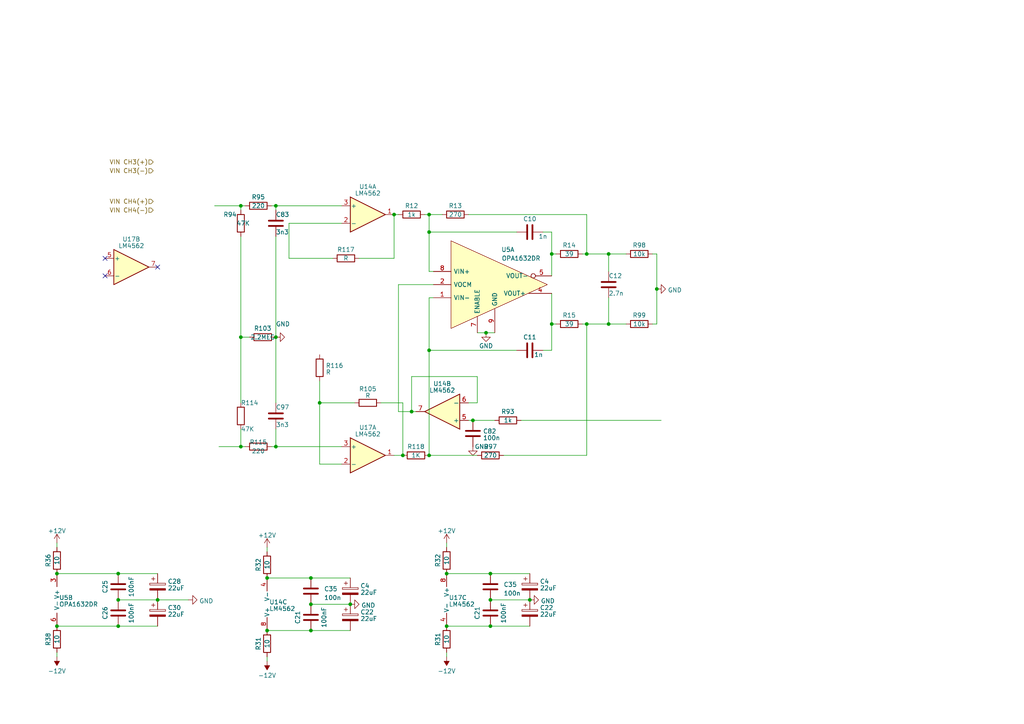
<source format=kicad_sch>
(kicad_sch (version 20230121) (generator eeschema)
  (paper "A4")
  (lib_symbols
    (symbol "Amplifier_Operational:LM4562" (pin_names (offset 0.127))
      (property "Reference" "U" (at 0 5.08 0))
      (property "Value" "LM4562" (at 0 -5.08 0))
      (symbol "LM4562_1_1"
        (polyline (pts (xy -5.08 5.08) (xy 5.08 0) (xy -5.08 -5.08) (xy -5.08 5.08)) (stroke (width 0.254)) (fill (type background)))
        (pin output line (at 7.62 0 180) (length 2.54) (name "~") (number "1"))
        (pin input line (at -7.62 -2.54 0) (length 2.54) (name "-") (number "2"))
        (pin input line (at -7.62 2.54 0) (length 2.54) (name "+") (number "3"))
      )
      (symbol "LM4562_2_1"
        (polyline (pts (xy -5.08 5.08) (xy 5.08 0) (xy -5.08 -5.08) (xy -5.08 5.08)) (stroke (width 0.254)) (fill (type background)))
        (pin input line (at -7.62 2.54 0) (length 2.54) (name "+") (number "5"))
        (pin input line (at -7.62 -2.54 0) (length 2.54) (name "-") (number "6"))
        (pin output line (at 7.62 0 180) (length 2.54) (name "~") (number "7"))
      )
      (symbol "LM4562_3_1"
        (pin power_in line (at -2.54 -7.62 90) (length 3.81) (name "V-") (number "4"))
        (pin power_in line (at -2.54 7.62 270) (length 3.81) (name "V+") (number "8"))
      )
    )
    (symbol "Audio-DSP:OPA1632DR" (pin_names (offset 0.762)) (in_bom no) (on_board no)
      (property "Reference" "U" (at 8.89 11.43 0))
      (property "Value" "OPA1632DR" (at 8.89 8.89 0))
      (symbol "OPA1632DR_1_0"
        (pin passive line (at -15.24 -2.54 0) (length 5.08) (name "VIN-") (number "1"))
        (pin passive line (at -15.24 1.27 0) (length 5.08) (name "VOCM") (number "2"))
        (pin passive line (at 19.05 -1.27 180) (length 6.7056) (name "VOUT+") (number "4"))
        (pin passive inverted (at 19.05 3.81 180) (length 5.9944) (name "VOUT-") (number "5"))
        (pin passive line (at -2.54 -12.7 90) (length 4.699) (name "ENABLE") (number "7"))
        (pin passive line (at -15.24 5.08 0) (length 5.08) (name "VIN+") (number "8"))
      )
      (symbol "OPA1632DR_1_1"
        (polyline (pts (xy -10.16 13.97) (xy 17.78 1.27) (xy -10.16 -11.43) (xy -10.16 13.97)) (stroke (width 0.1524)) (fill (type background)))
        (pin passive line (at 2.54 -12.7 90) (length 6.9088) (name "GND") (number "9"))
      )
      (symbol "OPA1632DR_2_0"
        (pin passive line (at 0 7.62 270) (length 3.81) (name "V+") (number "3"))
        (pin passive line (at 0 -7.62 90) (length 3.81) (name "V-") (number "6"))
      )
    )
    (symbol "Device:C" (pin_numbers hide) (pin_names (offset 0.254))
      (property "Reference" "C" (at 0.635 2.54 0))
      (property "Value" "C" (at 0.635 -2.54 0))
      (symbol "C_0_1"
        (polyline (pts (xy -2.032 -0.762) (xy 2.032 -0.762)) (stroke (width 0.508)))
        (polyline (pts (xy -2.032 0.762) (xy 2.032 0.762)) (stroke (width 0.508)))
      )
      (symbol "C_1_1"
        (pin passive line (at 0 3.81 270) (length 2.794) (name "~") (number "1"))
        (pin passive line (at 0 -3.81 90) (length 2.794) (name "~") (number "2"))
      )
    )
    (symbol "Device:C_Polarized" (pin_numbers hide) (pin_names (offset 0.254))
      (property "Reference" "C" (at 0.635 2.54 0))
      (property "Value" "C_Polarized" (at 0.635 -2.54 0))
      (symbol "C_Polarized_0_1"
        (rectangle (start -2.286 0.508) (end 2.286 1.016))
        (polyline (pts (xy -1.778 2.286) (xy -0.762 2.286)))
        (polyline (pts (xy -1.27 2.794) (xy -1.27 1.778)))
        (rectangle (start 2.286 -0.508) (end -2.286 -1.016) (fill (type outline)))
      )
      (symbol "C_Polarized_1_1"
        (pin passive line (at 0 3.81 270) (length 2.794) (name "~") (number "1"))
        (pin passive line (at 0 -3.81 90) (length 2.794) (name "~") (number "2"))
      )
    )
    (symbol "Device:R" (pin_numbers hide) (pin_names (offset 0))
      (property "Reference" "R" (at 2.032 0 90))
      (property "Value" "R" (at 0 0 90))
      (symbol "R_0_1"
        (rectangle (start -1.016 -2.54) (end 1.016 2.54) (stroke (width 0.254)))
      )
      (symbol "R_1_1"
        (pin passive line (at 0 3.81 270) (length 1.27) (name "~") (number "1"))
        (pin passive line (at 0 -3.81 90) (length 1.27) (name "~") (number "2"))
      )
    )
    (symbol "power:+12V" (power) (pin_names (offset 0))
      (property "Value" "+12V" (at 0 3.556 0))
      (symbol "+12V_0_1"
        (polyline (pts (xy -0.762 1.27) (xy 0 2.54)))
        (polyline (pts (xy 0 0) (xy 0 2.54)))
        (polyline (pts (xy 0 2.54) (xy 0.762 1.27)))
      )
      (symbol "+12V_1_1"
        (pin power_in line (at 0 0 90) (length 0) hide (name "+12V") (number "1"))
      )
    )
    (symbol "power:-12V" (power) (pin_names (offset 0))
      (property "Value" "-12V" (at 0 3.81 0))
      (symbol "-12V_0_0"
        (pin power_in line (at 0 0 90) (length 0) hide (name "-12V") (number "1"))
      )
      (symbol "-12V_0_1"
        (polyline (pts (xy 0 0) (xy 0 1.27) (xy 0.762 1.27) (xy 0 2.54) (xy -0.762 1.27) (xy 0 1.27)) (fill (type outline)))
      )
    )
    (symbol "power:GND" (power) (pin_names (offset 0))
      (property "Value" "GND" (at 0 -3.81 0))
      (symbol "GND_0_1"
        (polyline (pts (xy 0 0) (xy 0 -1.27) (xy 1.27 -1.27) (xy 0 -2.54) (xy -1.27 -1.27) (xy 0 -1.27)))
      )
      (symbol "GND_1_1"
        (pin power_in line (at 0 0 270) (length 0) hide (name "GND") (number "1"))
      )
    )
  )
  (junction (at 69.85 97.79))
  (junction (at 80.01 129.54))
  (junction (at 34.29 181.61))
  (junction (at 142.24 181.61))
  (junction (at 170.18 93.98))
  (junction (at 129.54 181.61))
  (junction (at 176.53 93.98))
  (junction (at 116.84 132.08))
  (junction (at 114.3 62.23))
  (junction (at 119.38 119.38))
  (junction (at 45.72 173.99))
  (junction (at 142.24 173.99))
  (junction (at 16.51 181.61))
  (junction (at 77.47 182.88))
  (junction (at 80.01 97.79))
  (junction (at 190.5 83.82))
  (junction (at 90.17 182.88))
  (junction (at 142.24 166.37))
  (junction (at 160.02 93.98))
  (junction (at 34.29 166.37))
  (junction (at 90.17 167.64))
  (junction (at 170.18 73.66))
  (junction (at 80.01 59.69))
  (junction (at 129.54 166.37))
  (junction (at 90.17 175.26))
  (junction (at 77.47 167.64))
  (junction (at 176.53 73.66))
  (junction (at 101.6 175.26))
  (junction (at 137.16 121.92))
  (junction (at 124.46 67.31))
  (junction (at 124.46 132.08))
  (junction (at 69.85 59.69))
  (junction (at 16.51 166.37))
  (junction (at 153.67 173.99))
  (junction (at 69.85 129.54))
  (junction (at 34.29 173.99))
  (junction (at 124.46 62.23))
  (junction (at 140.97 96.52))
  (junction (at 92.71 116.84))
  (junction (at 160.02 73.66))
  (junction (at 124.46 101.6))
  (no_connect (at 30.48 74.93))
  (no_connect (at 45.72 77.47))
  (no_connect (at 30.48 80.01))
  (wire (pts (xy 78.74 59.69) (xy 80.01 59.69)))
  (wire (pts (xy 92.71 134.62) (xy 99.06 134.62)))
  (wire (pts (xy 160.02 93.98) (xy 161.29 93.98)))
  (wire (pts (xy 129.54 166.37) (xy 142.24 166.37)))
  (wire (pts (xy 115.57 62.23) (xy 114.3 62.23)))
  (wire (pts (xy 170.18 62.23) (xy 170.18 73.66)))
  (wire (pts (xy 114.3 132.08) (xy 116.84 132.08)))
  (wire (pts (xy 83.82 74.93) (xy 96.52 74.93)))
  (wire (pts (xy 168.91 73.66) (xy 170.18 73.66)))
  (wire (pts (xy 115.57 82.55) (xy 125.73 82.55)))
  (wire (pts (xy 160.02 101.6) (xy 160.02 93.98)))
  (wire (pts (xy 170.18 132.08) (xy 146.05 132.08)))
  (wire (pts (xy 92.71 110.49) (xy 92.71 116.84)))
  (wire (pts (xy 69.85 124.46) (xy 69.85 129.54)))
  (wire (pts (xy 16.51 189.23) (xy 16.51 190.5)))
  (wire (pts (xy 176.53 93.98) (xy 181.61 93.98)))
  (wire (pts (xy 189.23 93.98) (xy 190.5 93.98)))
  (wire (pts (xy 138.43 116.84) (xy 138.43 109.22)))
  (wire (pts (xy 157.48 101.6) (xy 160.02 101.6)))
  (wire (pts (xy 69.85 60.96) (xy 69.85 59.69)))
  (wire (pts (xy 137.16 121.92) (xy 143.51 121.92)))
  (wire (pts (xy 129.54 157.48) (xy 129.54 158.75)))
  (wire (pts (xy 124.46 62.23) (xy 124.46 67.31)))
  (wire (pts (xy 124.46 101.6) (xy 124.46 132.08)))
  (wire (pts (xy 160.02 67.31) (xy 160.02 73.66)))
  (wire (pts (xy 129.54 189.23) (xy 129.54 190.5)))
  (wire (pts (xy 160.02 73.66) (xy 161.29 73.66)))
  (wire (pts (xy 125.73 86.36) (xy 124.46 86.36)))
  (wire (pts (xy 129.54 181.61) (xy 142.24 181.61)))
  (wire (pts (xy 176.53 73.66) (xy 181.61 73.66)))
  (wire (pts (xy 135.89 121.92) (xy 137.16 121.92)))
  (wire (pts (xy 170.18 93.98) (xy 170.18 132.08)))
  (wire (pts (xy 80.01 60.96) (xy 80.01 59.69)))
  (wire (pts (xy 168.91 93.98) (xy 170.18 93.98)))
  (wire (pts (xy 83.82 64.77) (xy 83.82 74.93)))
  (wire (pts (xy 176.53 86.36) (xy 176.53 93.98)))
  (wire (pts (xy 80.01 68.58) (xy 80.01 97.79)))
  (wire (pts (xy 34.29 173.99) (xy 45.72 173.99)))
  (wire (pts (xy 77.47 182.88) (xy 90.17 182.88)))
  (wire (pts (xy 124.46 67.31) (xy 149.86 67.31)))
  (wire (pts (xy 77.47 158.75) (xy 77.47 160.02)))
  (wire (pts (xy 80.01 59.69) (xy 99.06 59.69)))
  (wire (pts (xy 124.46 67.31) (xy 124.46 78.74)))
  (wire (pts (xy 90.17 167.64) (xy 101.6 167.64)))
  (wire (pts (xy 116.84 116.84) (xy 116.84 132.08)))
  (wire (pts (xy 119.38 119.38) (xy 120.65 119.38)))
  (wire (pts (xy 16.51 181.61) (xy 34.29 181.61)))
  (wire (pts (xy 80.01 124.46) (xy 80.01 129.54)))
  (wire (pts (xy 160.02 73.66) (xy 160.02 80.01)))
  (wire (pts (xy 115.57 82.55) (xy 115.57 119.38)))
  (wire (pts (xy 176.53 93.98) (xy 170.18 93.98)))
  (wire (pts (xy 34.29 181.61) (xy 45.72 181.61)))
  (wire (pts (xy 151.13 121.92) (xy 191.77 121.92)))
  (wire (pts (xy 114.3 62.23) (xy 114.3 74.93)))
  (wire (pts (xy 138.43 132.08) (xy 124.46 132.08)))
  (wire (pts (xy 176.53 73.66) (xy 170.18 73.66)))
  (wire (pts (xy 90.17 182.88) (xy 101.6 182.88)))
  (wire (pts (xy 16.51 166.37) (xy 34.29 166.37)))
  (wire (pts (xy 92.71 116.84) (xy 92.71 134.62)))
  (wire (pts (xy 69.85 59.69) (xy 71.12 59.69)))
  (wire (pts (xy 124.46 86.36) (xy 124.46 101.6)))
  (wire (pts (xy 142.24 181.61) (xy 153.67 181.61)))
  (wire (pts (xy 71.12 129.54) (xy 69.85 129.54)))
  (wire (pts (xy 124.46 78.74) (xy 125.73 78.74)))
  (wire (pts (xy 104.14 74.93) (xy 114.3 74.93)))
  (wire (pts (xy 157.48 67.31) (xy 160.02 67.31)))
  (wire (pts (xy 34.29 166.37) (xy 45.72 166.37)))
  (wire (pts (xy 80.01 129.54) (xy 99.06 129.54)))
  (wire (pts (xy 77.47 190.5) (xy 77.47 191.77)))
  (wire (pts (xy 102.87 116.84) (xy 92.71 116.84)))
  (wire (pts (xy 190.5 83.82) (xy 190.5 93.98)))
  (wire (pts (xy 115.57 119.38) (xy 119.38 119.38)))
  (wire (pts (xy 135.89 116.84) (xy 138.43 116.84)))
  (wire (pts (xy 62.23 59.69) (xy 69.85 59.69)))
  (wire (pts (xy 119.38 109.22) (xy 119.38 119.38)))
  (wire (pts (xy 160.02 93.98) (xy 160.02 85.09)))
  (wire (pts (xy 138.43 96.52) (xy 140.97 96.52)))
  (wire (pts (xy 138.43 109.22) (xy 119.38 109.22)))
  (wire (pts (xy 142.24 166.37) (xy 153.67 166.37)))
  (wire (pts (xy 78.74 129.54) (xy 80.01 129.54)))
  (wire (pts (xy 69.85 68.58) (xy 69.85 97.79)))
  (wire (pts (xy 135.89 62.23) (xy 170.18 62.23)))
  (wire (pts (xy 190.5 73.66) (xy 190.5 83.82)))
  (wire (pts (xy 80.01 97.79) (xy 80.01 116.84)))
  (wire (pts (xy 142.24 173.99) (xy 153.67 173.99)))
  (wire (pts (xy 124.46 101.6) (xy 149.86 101.6)))
  (wire (pts (xy 69.85 97.79) (xy 72.39 97.79)))
  (wire (pts (xy 69.85 97.79) (xy 69.85 116.84)))
  (wire (pts (xy 63.5 129.54) (xy 69.85 129.54)))
  (wire (pts (xy 83.82 64.77) (xy 99.06 64.77)))
  (wire (pts (xy 189.23 73.66) (xy 190.5 73.66)))
  (wire (pts (xy 176.53 73.66) (xy 176.53 78.74)))
  (wire (pts (xy 123.19 62.23) (xy 124.46 62.23)))
  (wire (pts (xy 16.51 157.48) (xy 16.51 158.75)))
  (wire (pts (xy 124.46 62.23) (xy 128.27 62.23)))
  (wire (pts (xy 45.72 173.99) (xy 54.61 173.99)))
  (wire (pts (xy 90.17 175.26) (xy 101.6 175.26)))
  (wire (pts (xy 77.47 167.64) (xy 90.17 167.64)))
  (wire (pts (xy 140.97 96.52) (xy 143.51 96.52)))
  (wire (pts (xy 110.49 116.84) (xy 116.84 116.84)))
  (hierarchical_label "VIN CH3(-)" (shape input) (at 44.45 49.53 180))
  (hierarchical_label "VIN CH3(+)" (shape input) (at 44.45 46.99 180))
  (hierarchical_label "VIN CH4(+)" (shape input) (at 44.45 58.42 180))
  (hierarchical_label "VIN CH4(-)" (shape input) (at 44.45 60.96 180))
  (symbol (lib_id "Device:R") (at 74.93 129.54 90) (unit 1)
    (property "Reference" "R115" (at 74.93 128.27 90))
    (property "Value" "220" (at 74.93 130.81 90))
  )
  (symbol (lib_id "Device:R") (at 69.85 120.65 0) (unit 1)
    (property "Reference" "R114" (at 69.85 116.84 0) (effects (justify left)))
    (property "Value" "47K" (at 69.85 124.46 0) (effects (justify left)))
  )
  (symbol (lib_id "Amplifier_Operational:LM4562") (at 106.68 132.08 0) (unit 1)
    (property "Reference" "U17" (at 106.68 123.9901 0))
    (property "Value" "LM4562" (at 106.68 125.9111 0))
    (property "Datasheet" "http://www.ti.com/lit/ds/symlink/lm4562.pdf" (effects hide))
  )
  (symbol (lib_id "Device:R") (at 120.65 132.08 90) (unit 1)
    (property "Reference" "R118" (at 120.65 129.54 90))
    (property "Value" "1K" (at 120.65 132.08 90))
  )
  (symbol (lib_id "Device:C_Polarized") (at 153.67 177.8 0) (unit 1)
    (property "Reference" "C22" (at 156.591 176.2673 0) (effects (justify left)))
    (property "Value" "22uF" (at 156.591 178.1883 0) (effects (justify left)))
    (property "Footprint" "Capacitor_THT:CP_Radial_D5.0mm_P2.00mm" (effects hide))
    (property "Datasheet" "Electrolytic Capacitor, 22 µF, 25 V, ± 20%, Radial Leaded, 2000 hours @ 85°C, Polar" (effects hide))
    (instances (project "Main board" (path "" (reference "C22") (unit 1)) (path "" (reference "C33") (unit 1)) (path "" (reference "C87") (unit 1)) (path "" (reference "C109") (unit 1))))
  )
  (symbol (lib_id "Device:C") (at 80.01 120.65 0) (unit 1)
    (property "Reference" "C97" (at 80.01 118.11 0) (effects (justify left)))
    (property "Value" "3n3" (at 80.01 123.19 0) (effects (justify left)))
  )
  (symbol (lib_id "Device:R") (at 129.54 162.56 180) (unit 1)
    (property "Reference" "R32" (at 127 162.56 90))
    (property "Value" "10" (at 129.54 162.56 90))
    (property "Footprint" "Resistor_SMD:R_0805_2012Metric" (effects hide))
    (instances (project "Main board" (path "" (reference "R32") (unit 1)) (path "" (reference "R39") (unit 1)) (path "" (reference "R88") (unit 1)) (path "" (reference "R123") (unit 1))))
  )
  (symbol (lib_id "Device:R") (at 76.2 97.79 90) (unit 1)
    (property "Reference" "R103" (at 76.2 95.25 90))
    (property "Value" "2.2MEG" (at 76.2 97.79 90))
  )
  (symbol (lib_id "Device:C") (at 142.24 170.18 0) (unit 1)
    (property "Reference" "C35" (at 146.05 169.545 0) (effects (justify left)))
    (property "Value" "100n" (at 146.05 172.085 0) (effects (justify left)))
    (property "Footprint" "Capacitor_SMD:C_0805_2012Metric" (effects hide))
    (instances (project "Main board" (path "" (reference "C35") (unit 1)) (path "" (reference "C29") (unit 1)) (path "" (reference "C84") (unit 1)) (path "" (reference "C106") (unit 1))))
  )
  (symbol (lib_id "power:GND") (at 101.6 175.26 90) (unit 1)
    (property "Reference" "#PWR028" (effects hide))
    (property "Value" "GND" (at 104.775 175.5768 90) (effects (justify right)))
    (instances (project "Main board" (path "" (reference "#PWR028") (unit 1)) (path "" (reference "#PWR021") (unit 1)) (path "" (reference "#PWR080") (unit 1)) (path "" (reference "#PWR093") (unit 1))))
  )
  (symbol (lib_id "Device:C_Polarized") (at 101.6 171.45 0) (unit 1)
    (property "Reference" "C4" (at 104.521 169.9173 0) (effects (justify left)))
    (property "Value" "22uF" (at 104.521 171.8383 0) (effects (justify left)))
    (property "Footprint" "Capacitor_THT:CP_Radial_D5.0mm_P2.00mm" (effects hide))
    (property "Datasheet" "Electrolytic Capacitor, 22 µF, 25 V, ± 20%, Radial Leaded, 2000 hours @ 85°C, Polar" (effects hide))
    (instances (project "Main board" (path "" (reference "C4") (unit 1)) (path "" (reference "C32") (unit 1)) (path "" (reference "C86") (unit 1)) (path "" (reference "C104") (unit 1))))
  )
  (symbol (lib_id "power:-12V") (at 16.51 190.5 180) (unit 1)
    (property "Reference" "#PWR032" (effects hide))
    (property "Value" "-12V" (at 16.51 194.6355 0))
    (instances (project "Main board" (path "" (reference "#PWR032") (unit 1)) (path "" (reference "#PWR082") (unit 1)) (path "" (reference "#PWR089") (unit 1))))
  )
  (symbol (lib_id "Device:R") (at 16.51 185.42 180) (unit 1)
    (property "Reference" "R38" (at 13.97 185.42 90))
    (property "Value" "10" (at 16.51 185.42 90))
    (property "Footprint" "Resistor_SMD:R_0805_2012Metric" (effects hide))
    (instances (project "Main board" (path "" (reference "R38") (unit 1)) (path "" (reference "R101") (unit 1)) (path "" (reference "R120") (unit 1))))
  )
  (symbol (lib_id "Device:R") (at 129.54 185.42 180) (unit 1)
    (property "Reference" "R31" (at 127 185.42 90))
    (property "Value" "10" (at 129.54 185.42 90))
    (property "Footprint" "Resistor_SMD:R_0805_2012Metric" (effects hide))
    (instances (project "Main board" (path "" (reference "R31") (unit 1)) (path "" (reference "R40") (unit 1)) (path "" (reference "R90") (unit 1)) (path "" (reference "R124") (unit 1))))
  )
  (symbol (lib_id "Device:R") (at 165.1 93.98 90) (unit 1)
    (property "Reference" "R15" (at 165.1 91.44 90))
    (property "Value" "39" (at 165.1 93.98 90))
    (property "Footprint" "Resistor_SMD:R_0805_2012Metric" (effects hide))
    (instances (project "Main board" (path "" (reference "R15") (unit 1)) (path "" (reference "R92") (unit 1)) (path "" (reference "R111") (unit 1))))
  )
  (symbol (lib_id "Device:R") (at 16.51 162.56 180) (unit 1)
    (property "Reference" "R36" (at 13.97 162.56 90))
    (property "Value" "10" (at 16.51 162.56 90))
    (property "Footprint" "Resistor_SMD:R_0805_2012Metric" (effects hide))
    (instances (project "Main board" (path "" (reference "R36") (unit 1)) (path "" (reference "R100") (unit 1)) (path "" (reference "R119") (unit 1))))
  )
  (symbol (lib_id "power:GND") (at 80.01 97.79 90) (unit 1)
    (property "Reference" "#PWR084" (effects hide))
    (property "Value" "GND" (at 80.01 93.98 90) (effects (justify right)))
  )
  (symbol (lib_id "Amplifier_Operational:LM4562") (at 74.93 175.26 180) (unit 3)
    (property "Reference" "U14" (at 78.105 174.6163 0) (effects (justify right)))
    (property "Value" "LM4562" (at 78.105 176.5373 0) (effects (justify right)))
    (property "Datasheet" "http://www.ti.com/lit/ds/symlink/lm4562.pdf" (effects hide))
  )
  (symbol (lib_id "power:GND") (at 153.67 173.99 90) (unit 1)
    (property "Reference" "#PWR028" (effects hide))
    (property "Value" "GND" (at 156.845 174.3068 90) (effects (justify right)))
    (instances (project "Main board" (path "" (reference "#PWR028") (unit 1)) (path "" (reference "#PWR021") (unit 1)) (path "" (reference "#PWR080") (unit 1)) (path "" (reference "#PWR096") (unit 1))))
  )
  (symbol (lib_id "power:-12V") (at 129.54 190.5 180) (unit 1)
    (property "Reference" "#PWR015" (effects hide))
    (property "Value" "-12V" (at 129.54 194.6355 0))
    (instances (project "Main board" (path "" (reference "#PWR015") (unit 1)) (path "" (reference "#PWR018") (unit 1)) (path "" (reference "#PWR079") (unit 1)) (path "" (reference "#PWR095") (unit 1))))
  )
  (symbol (lib_id "Device:C") (at 34.29 177.8 0) (unit 1)
    (property "Reference" "C26" (at 30.48 177.8 90))
    (property "Value" "100nF" (at 38.1 177.8 90))
    (property "Footprint" "Capacitor_SMD:C_0805_2012Metric" (effects hide))
    (instances (project "Main board" (path "" (reference "C26") (unit 1)) (path "" (reference "C89") (unit 1)) (path "" (reference "C99") (unit 1))))
  )
  (symbol (lib_id "Device:C") (at 153.67 101.6 90) (unit 1)
    (property "Reference" "C11" (at 153.67 97.79 90))
    (property "Value" "1n" (at 156.21 102.87 90))
    (property "Footprint" "Capacitor_SMD:C_0805_2012Metric" (effects hide))
    (instances (project "Main board" (path "" (reference "C11") (unit 1)) (path "" (reference "C80") (unit 1)) (path "" (reference "C95") (unit 1))))
  )
  (symbol (lib_id "Device:R") (at 69.85 64.77 0) (unit 1)
    (property "Reference" "R94" (at 64.77 62.23 0) (effects (justify left)))
    (property "Value" "47K" (at 68.58 64.77 0) (effects (justify left)))
    (instances (project "Main board" (path "" (reference "R94") (unit 1)) (path "" (reference "R102") (unit 1))))
  )
  (symbol (lib_id "power:GND") (at 140.97 96.52 0) (unit 1)
    (property "Reference" "#PWR08" (effects hide))
    (property "Value" "GND" (at 140.97 100.33 0))
    (instances (project "Main board" (path "" (reference "#PWR08") (unit 1)) (path "" (reference "#PWR075") (unit 1)) (path "" (reference "#PWR087") (unit 1))))
  )
  (symbol (lib_id "Device:C") (at 142.24 177.8 0) (unit 1)
    (property "Reference" "C21" (at 138.43 177.8 90))
    (property "Value" "100nF" (at 146.05 177.8 90))
    (property "Footprint" "Capacitor_SMD:C_0805_2012Metric" (effects hide))
    (instances (project "Main board" (path "" (reference "C21") (unit 1)) (path "" (reference "C31") (unit 1)) (path "" (reference "C85") (unit 1)) (path "" (reference "C107") (unit 1))))
  )
  (symbol (lib_id "Amplifier_Operational:LM4562") (at 132.08 173.99 0) (unit 3)
    (property "Reference" "U17" (at 130.175 173.3463 0) (effects (justify left)))
    (property "Value" "LM4562" (at 130.175 175.2673 0) (effects (justify left)))
    (property "Datasheet" "http://www.ti.com/lit/ds/symlink/lm4562.pdf" (effects hide))
  )
  (symbol (lib_id "Device:C") (at 80.01 64.77 0) (unit 1)
    (property "Reference" "C83" (at 80.01 62.23 0) (effects (justify left)))
    (property "Value" "3n3" (at 80.01 67.31 0) (effects (justify left)))
    (instances (project "Main board" (path "" (reference "C83") (unit 1)) (path "" (reference "C92") (unit 1))))
  )
  (symbol (lib_id "power:-12V") (at 77.47 191.77 180) (unit 1)
    (property "Reference" "#PWR015" (effects hide))
    (property "Value" "-12V" (at 77.47 195.9055 0))
    (instances (project "Main board" (path "" (reference "#PWR015") (unit 1)) (path "" (reference "#PWR018") (unit 1)) (path "" (reference "#PWR079") (unit 1)) (path "" (reference "#PWR092") (unit 1))))
  )
  (symbol (lib_id "power:GND") (at 54.61 173.99 90) (unit 1)
    (property "Reference" "#PWR033" (effects hide))
    (property "Value" "GND" (at 57.785 174.3068 90) (effects (justify right)))
    (instances (project "Main board" (path "" (reference "#PWR033") (unit 1)) (path "" (reference "#PWR083") (unit 1)) (path "" (reference "#PWR090") (unit 1))))
  )
  (symbol (lib_id "Device:R") (at 106.68 116.84 90) (unit 1)
    (property "Reference" "R105" (at 106.68 112.8141 90))
    (property "Value" "R" (at 106.68 114.7351 90))
  )
  (symbol (lib_id "Device:R") (at 119.38 62.23 90) (unit 1)
    (property "Reference" "R12" (at 119.38 59.69 90))
    (property "Value" "1k" (at 119.38 62.23 90))
    (property "Footprint" "Resistor_SMD:R_0805_2012Metric" (effects hide))
    (instances (project "Main board" (path "" (reference "R12") (unit 1)) (path "" (reference "R87") (unit 1)) (path "" (reference "R106") (unit 1))))
  )
  (symbol (lib_id "Device:C") (at 176.53 82.55 0) (unit 1)
    (property "Reference" "C12" (at 176.53 80.01 0) (effects (justify left)))
    (property "Value" "2.7n" (at 176.53 85.09 0) (effects (justify left)))
    (property "Footprint" "Capacitor_SMD:C_0805_2012Metric" (effects hide))
    (instances (project "Main board" (path "" (reference "C12") (unit 1)) (path "" (reference "C81") (unit 1)) (path "" (reference "C96") (unit 1))))
  )
  (symbol (lib_id "power:+12V") (at 16.51 157.48 0) (unit 1)
    (property "Reference" "#PWR031" (effects hide))
    (property "Value" "+12V" (at 16.51 153.9781 0))
    (instances (project "Main board" (path "" (reference "#PWR031") (unit 1)) (path "" (reference "#PWR081") (unit 1)) (path "" (reference "#PWR085") (unit 1))))
  )
  (symbol (lib_id "Device:C_Polarized") (at 153.67 170.18 0) (unit 1)
    (property "Reference" "C4" (at 156.591 168.6473 0) (effects (justify left)))
    (property "Value" "22uF" (at 156.591 170.5683 0) (effects (justify left)))
    (property "Footprint" "Capacitor_THT:CP_Radial_D5.0mm_P2.00mm" (effects hide))
    (property "Datasheet" "Electrolytic Capacitor, 22 µF, 25 V, ± 20%, Radial Leaded, 2000 hours @ 85°C, Polar" (effects hide))
    (instances (project "Main board" (path "" (reference "C4") (unit 1)) (path "" (reference "C32") (unit 1)) (path "" (reference "C86") (unit 1)) (path "" (reference "C108") (unit 1))))
  )
  (symbol (lib_id "Device:R") (at 165.1 73.66 90) (unit 1)
    (property "Reference" "R14" (at 165.1 71.12 90))
    (property "Value" "39" (at 165.1 73.66 90))
    (property "Footprint" "Resistor_SMD:R_0805_2012Metric" (effects hide))
    (instances (project "Main board" (path "" (reference "R14") (unit 1)) (path "" (reference "R91") (unit 1)) (path "" (reference "R110") (unit 1))))
  )
  (symbol (lib_id "Device:C_Polarized") (at 45.72 177.8 0) (unit 1)
    (property "Reference" "C30" (at 48.641 176.2673 0) (effects (justify left)))
    (property "Value" "22uF" (at 48.641 178.1883 0) (effects (justify left)))
    (property "Footprint" "Capacitor_THT:CP_Radial_D5.0mm_P2.00mm" (effects hide))
    (property "Datasheet" "Electrolytic Capacitor, 22 µF, 25 V, ± 20%, Radial Leaded, 2000 hours @ 85°C, Polar" (effects hide))
    (instances (project "Main board" (path "" (reference "C30") (unit 1)) (path "" (reference "C91") (unit 1)) (path "" (reference "C101") (unit 1))))
  )
  (symbol (lib_id "Amplifier_Operational:LM4562") (at 106.68 62.23 0) (unit 1)
    (property "Reference" "U14" (at 106.68 54.1401 0))
    (property "Value" "LM4562" (at 106.68 56.0611 0))
    (property "Datasheet" "http://www.ti.com/lit/ds/symlink/lm4562.pdf" (effects hide))
  )
  (symbol (lib_id "Device:R") (at 147.32 121.92 90) (unit 1)
    (property "Reference" "R93" (at 147.32 119.38 90))
    (property "Value" "1k" (at 147.32 121.92 90))
    (instances (project "Main board" (path "" (reference "R93") (unit 1)) (path "" (reference "R109") (unit 1))))
  )
  (symbol (lib_id "Device:C") (at 153.67 67.31 90) (unit 1)
    (property "Reference" "C10" (at 153.67 63.5 90))
    (property "Value" "1n" (at 157.48 68.58 90))
    (property "Footprint" "Capacitor_SMD:C_0805_2012Metric" (effects hide))
    (instances (project "Main board" (path "" (reference "C10") (unit 1)) (path "" (reference "C79") (unit 1)) (path "" (reference "C94") (unit 1))))
  )
  (symbol (lib_id "Device:R") (at 92.71 106.68 0) (unit 1)
    (property "Reference" "R116" (at 94.488 106.0363 0) (effects (justify left)))
    (property "Value" "R" (at 94.488 107.9573 0) (effects (justify left)))
  )
  (symbol (lib_id "Device:C_Polarized") (at 45.72 170.18 0) (unit 1)
    (property "Reference" "C28" (at 48.641 168.6473 0) (effects (justify left)))
    (property "Value" "22uF" (at 48.641 170.5683 0) (effects (justify left)))
    (property "Footprint" "Capacitor_THT:CP_Radial_D5.0mm_P2.00mm" (effects hide))
    (property "Datasheet" "Electrolytic Capacitor, 22 µF, 25 V, ± 20%, Radial Leaded, 2000 hours @ 85°C, Polar" (effects hide))
    (instances (project "Main board" (path "" (reference "C28") (unit 1)) (path "" (reference "C90") (unit 1)) (path "" (reference "C100") (unit 1))))
  )
  (symbol (lib_id "Amplifier_Operational:LM4562") (at 128.27 119.38 180) (unit 2)
    (property "Reference" "U14" (at 128.27 111.2901 0))
    (property "Value" "LM4562" (at 128.27 113.2111 0))
    (property "Datasheet" "http://www.ti.com/lit/ds/symlink/lm4562.pdf" (effects hide))
  )
  (symbol (lib_id "Device:C") (at 34.29 170.18 0) (unit 1)
    (property "Reference" "C25" (at 30.48 170.18 90))
    (property "Value" "100nF" (at 38.1 170.18 90))
    (property "Footprint" "Capacitor_SMD:C_0805_2012Metric" (effects hide))
    (instances (project "Main board" (path "" (reference "C25") (unit 1)) (path "" (reference "C88") (unit 1)) (path "" (reference "C98") (unit 1))))
  )
  (symbol (lib_id "Device:R") (at 74.93 59.69 90) (unit 1)
    (property "Reference" "R95" (at 74.93 57.15 90))
    (property "Value" "220" (at 74.93 59.69 90))
    (instances (project "Main board" (path "" (reference "R95") (unit 1)) (path "" (reference "R104") (unit 1))))
  )
  (symbol (lib_id "Device:C_Polarized") (at 101.6 179.07 0) (unit 1)
    (property "Reference" "C22" (at 104.521 177.5373 0) (effects (justify left)))
    (property "Value" "22uF" (at 104.521 179.4583 0) (effects (justify left)))
    (property "Footprint" "Capacitor_THT:CP_Radial_D5.0mm_P2.00mm" (effects hide))
    (property "Datasheet" "Electrolytic Capacitor, 22 µF, 25 V, ± 20%, Radial Leaded, 2000 hours @ 85°C, Polar" (effects hide))
    (instances (project "Main board" (path "" (reference "C22") (unit 1)) (path "" (reference "C33") (unit 1)) (path "" (reference "C87") (unit 1)) (path "" (reference "C105") (unit 1))))
  )
  (symbol (lib_id "Device:C") (at 90.17 179.07 0) (unit 1)
    (property "Reference" "C21" (at 86.36 179.07 90))
    (property "Value" "100nF" (at 93.98 179.07 90))
    (property "Footprint" "Capacitor_SMD:C_0805_2012Metric" (effects hide))
    (instances (project "Main board" (path "" (reference "C21") (unit 1)) (path "" (reference "C31") (unit 1)) (path "" (reference "C85") (unit 1)) (path "" (reference "C103") (unit 1))))
  )
  (symbol (lib_id "Device:R") (at 100.33 74.93 90) (unit 1)
    (property "Reference" "R117" (at 100.33 72.39 90))
    (property "Value" "R" (at 100.33 74.93 90))
  )
  (symbol (lib_id "Device:R") (at 77.47 186.69 180) (unit 1)
    (property "Reference" "R31" (at 74.93 186.69 90))
    (property "Value" "10" (at 77.47 186.69 90))
    (property "Footprint" "Resistor_SMD:R_0805_2012Metric" (effects hide))
    (instances (project "Main board" (path "" (reference "R31") (unit 1)) (path "" (reference "R40") (unit 1)) (path "" (reference "R90") (unit 1)) (path "" (reference "R122") (unit 1))))
  )
  (symbol (lib_id "Device:R") (at 142.24 132.08 90) (unit 1)
    (property "Reference" "R97" (at 142.24 129.54 90))
    (property "Value" "270" (at 142.24 132.08 90))
    (instances (project "Main board" (path "" (reference "R97") (unit 1)) (path "" (reference "R108") (unit 1))))
  )
  (symbol (lib_id "power:+12V") (at 129.54 157.48 0) (unit 1)
    (property "Reference" "#PWR014" (effects hide))
    (property "Value" "+12V" (at 129.54 153.9781 0))
    (instances (project "Main board" (path "" (reference "#PWR014") (unit 1)) (path "" (reference "#PWR013") (unit 1)) (path "" (reference "#PWR078") (unit 1)) (path "" (reference "#PWR094") (unit 1))))
  )
  (symbol (lib_id "Device:R") (at 77.47 163.83 180) (unit 1)
    (property "Reference" "R32" (at 74.93 163.83 90))
    (property "Value" "10" (at 77.47 163.83 90))
    (property "Footprint" "Resistor_SMD:R_0805_2012Metric" (effects hide))
    (instances (project "Main board" (path "" (reference "R32") (unit 1)) (path "" (reference "R39") (unit 1)) (path "" (reference "R88") (unit 1)) (path "" (reference "R121") (unit 1))))
  )
  (symbol (lib_id "power:GND") (at 137.16 129.54 0) (unit 1)
    (property "Reference" "#PWR076" (effects hide))
    (property "Value" "GND" (at 139.7 129.54 0))
    (instances (project "Main board" (path "" (reference "#PWR076") (unit 1)) (path "" (reference "#PWR086") (unit 1))))
  )
  (symbol (lib_id "Device:R") (at 185.42 93.98 90) (unit 1)
    (property "Reference" "R99" (at 185.42 91.44 90))
    (property "Value" "10k" (at 185.42 93.98 90))
    (instances (project "Main board" (path "" (reference "R99") (unit 1)) (path "" (reference "R113") (unit 1))))
  )
  (symbol (lib_id "Audio-DSP:OPA1632DR") (at 16.51 173.99 0) (unit 2) (in_bom no) (on_board no)
    (property "Reference" "U5" (at 17.145 173.3463 0) (effects (justify left)))
    (property "Value" "OPA1632DR" (at 17.145 175.2673 0) (effects (justify left)))
    (property "Footprint" "Audio_DSP:VSSOP-8_3.0x3.0mm_P0.65_TP1.8x1.5" (effects hide))
    (property "Datasheet" "https://eu.mouser.com/ProductDetail/Texas-Instruments/OPA1632DGNR?qs=7nS3%252BbEUL6t46Xk02kKOHg%3D%3D" (effects hide))
  )
  (symbol (lib_id "Audio-DSP:OPA1632DR") (at 140.97 83.82 0) (unit 1) (in_bom no) (on_board no)
    (property "Reference" "U5" (at 147.32 72.39 0))
    (property "Value" "OPA1632DR" (at 151.13 74.93 0))
    (property "Footprint" "Audio_DSP:VSSOP-8_3.0x3.0mm_P0.65_TP1.8x1.5" (effects hide))
    (property "Datasheet" "https://eu.mouser.com/ProductDetail/Texas-Instruments/OPA1632DGNR?qs=7nS3%252BbEUL6t46Xk02kKOHg%3D%3D" (effects hide))
  )
  (symbol (lib_id "power:GND") (at 190.5 83.82 90) (unit 1)
    (property "Reference" "#PWR077" (effects hide))
    (property "Value" "GND" (at 193.675 84.1368 90) (effects (justify right)))
    (instances (project "Main board" (path "" (reference "#PWR077") (unit 1)) (path "" (reference "#PWR088") (unit 1))))
  )
  (symbol (lib_id "power:+12V") (at 77.47 158.75 0) (unit 1)
    (property "Reference" "#PWR014" (effects hide))
    (property "Value" "+12V" (at 77.47 155.2481 0))
    (instances (project "Main board" (path "" (reference "#PWR014") (unit 1)) (path "" (reference "#PWR013") (unit 1)) (path "" (reference "#PWR078") (unit 1)) (path "" (reference "#PWR091") (unit 1))))
  )
  (symbol (lib_id "Device:C") (at 137.16 125.73 0) (unit 1)
    (property "Reference" "C82" (at 140.081 125.0863 0) (effects (justify left)))
    (property "Value" "100n" (at 140.081 127.0073 0) (effects (justify left)))
    (instances (project "Main board" (path "" (reference "C82") (unit 1)) (path "" (reference "C93") (unit 1))))
  )
  (symbol (lib_id "Device:R") (at 132.08 62.23 90) (unit 1)
    (property "Reference" "R13" (at 132.08 59.69 90))
    (property "Value" "270" (at 132.08 62.23 90))
    (property "Footprint" "Resistor_SMD:R_0805_2012Metric" (effects hide))
    (instances (project "Main board" (path "" (reference "R13") (unit 1)) (path "" (reference "R89") (unit 1)) (path "" (reference "R107") (unit 1))))
  )
  (symbol (lib_id "Device:R") (at 185.42 73.66 90) (unit 1)
    (property "Reference" "R98" (at 185.42 71.12 90))
    (property "Value" "10k" (at 185.42 73.66 90))
    (instances (project "Main board" (path "" (reference "R98") (unit 1)) (path "" (reference "R112") (unit 1))))
  )
  (symbol (lib_id "Device:C") (at 90.17 171.45 0) (unit 1)
    (property "Reference" "C35" (at 93.98 170.815 0) (effects (justify left)))
    (property "Value" "100n" (at 93.98 173.355 0) (effects (justify left)))
    (property "Footprint" "Capacitor_SMD:C_0805_2012Metric" (effects hide))
    (instances (project "Main board" (path "" (reference "C35") (unit 1)) (path "" (reference "C29") (unit 1)) (path "" (reference "C84") (unit 1)) (path "" (reference "C102") (unit 1))))
  )
  (symbol (lib_id "Amplifier_Operational:LM4562") (at 38.1 77.47 0) (unit 2)
    (property "Reference" "U17" (at 38.1 69.3801 0))
    (property "Value" "LM4562" (at 38.1 71.3011 0))
    (property "Datasheet" "http://www.ti.com/lit/ds/symlink/lm4562.pdf" (effects hide))
  )
)
</source>
